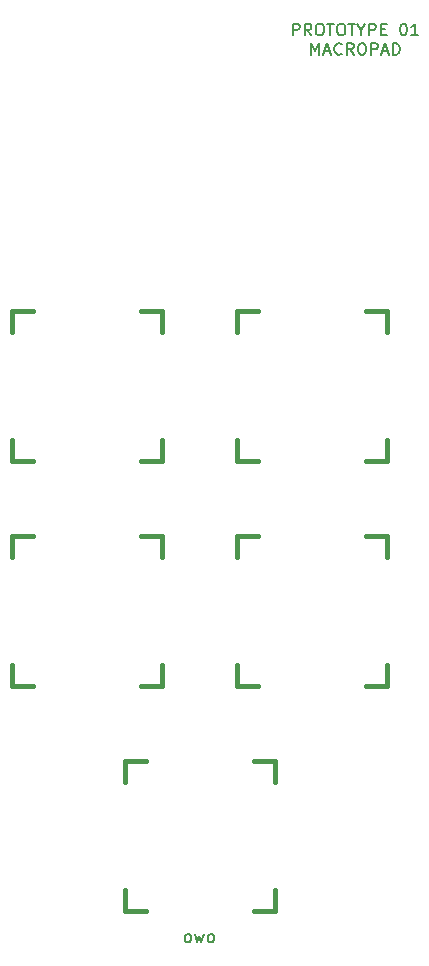
<source format=gto>
G04 #@! TF.GenerationSoftware,KiCad,Pcbnew,(5.1.6)-1*
G04 #@! TF.CreationDate,2020-06-17T17:46:59+02:00*
G04 #@! TF.ProjectId,Tutorial,5475746f-7269-4616-9c2e-6b696361645f,rev?*
G04 #@! TF.SameCoordinates,Original*
G04 #@! TF.FileFunction,Legend,Top*
G04 #@! TF.FilePolarity,Positive*
%FSLAX46Y46*%
G04 Gerber Fmt 4.6, Leading zero omitted, Abs format (unit mm)*
G04 Created by KiCad (PCBNEW (5.1.6)-1) date 2020-06-17 17:46:59*
%MOMM*%
%LPD*%
G01*
G04 APERTURE LIST*
%ADD10C,0.150000*%
%ADD11C,0.381000*%
%ADD12C,3.300000*%
%ADD13O,1.600000X4.100000*%
%ADD14C,1.700000*%
%ADD15R,1.700000X1.700000*%
G04 APERTURE END LIST*
D10*
X70326380Y-99512380D02*
X70231142Y-99464761D01*
X70183523Y-99417142D01*
X70135904Y-99321904D01*
X70135904Y-99036190D01*
X70183523Y-98940952D01*
X70231142Y-98893333D01*
X70326380Y-98845714D01*
X70469238Y-98845714D01*
X70564476Y-98893333D01*
X70612095Y-98940952D01*
X70659714Y-99036190D01*
X70659714Y-99321904D01*
X70612095Y-99417142D01*
X70564476Y-99464761D01*
X70469238Y-99512380D01*
X70326380Y-99512380D01*
X70993047Y-98845714D02*
X71183523Y-99512380D01*
X71374000Y-99036190D01*
X71564476Y-99512380D01*
X71754952Y-98845714D01*
X72278761Y-99512380D02*
X72183523Y-99464761D01*
X72135904Y-99417142D01*
X72088285Y-99321904D01*
X72088285Y-99036190D01*
X72135904Y-98940952D01*
X72183523Y-98893333D01*
X72278761Y-98845714D01*
X72421619Y-98845714D01*
X72516857Y-98893333D01*
X72564476Y-98940952D01*
X72612095Y-99036190D01*
X72612095Y-99321904D01*
X72564476Y-99417142D01*
X72516857Y-99464761D01*
X72421619Y-99512380D01*
X72278761Y-99512380D01*
X79296285Y-22741380D02*
X79296285Y-21741380D01*
X79677238Y-21741380D01*
X79772476Y-21789000D01*
X79820095Y-21836619D01*
X79867714Y-21931857D01*
X79867714Y-22074714D01*
X79820095Y-22169952D01*
X79772476Y-22217571D01*
X79677238Y-22265190D01*
X79296285Y-22265190D01*
X80867714Y-22741380D02*
X80534380Y-22265190D01*
X80296285Y-22741380D02*
X80296285Y-21741380D01*
X80677238Y-21741380D01*
X80772476Y-21789000D01*
X80820095Y-21836619D01*
X80867714Y-21931857D01*
X80867714Y-22074714D01*
X80820095Y-22169952D01*
X80772476Y-22217571D01*
X80677238Y-22265190D01*
X80296285Y-22265190D01*
X81486761Y-21741380D02*
X81677238Y-21741380D01*
X81772476Y-21789000D01*
X81867714Y-21884238D01*
X81915333Y-22074714D01*
X81915333Y-22408047D01*
X81867714Y-22598523D01*
X81772476Y-22693761D01*
X81677238Y-22741380D01*
X81486761Y-22741380D01*
X81391523Y-22693761D01*
X81296285Y-22598523D01*
X81248666Y-22408047D01*
X81248666Y-22074714D01*
X81296285Y-21884238D01*
X81391523Y-21789000D01*
X81486761Y-21741380D01*
X82201047Y-21741380D02*
X82772476Y-21741380D01*
X82486761Y-22741380D02*
X82486761Y-21741380D01*
X83296285Y-21741380D02*
X83486761Y-21741380D01*
X83582000Y-21789000D01*
X83677238Y-21884238D01*
X83724857Y-22074714D01*
X83724857Y-22408047D01*
X83677238Y-22598523D01*
X83582000Y-22693761D01*
X83486761Y-22741380D01*
X83296285Y-22741380D01*
X83201047Y-22693761D01*
X83105809Y-22598523D01*
X83058190Y-22408047D01*
X83058190Y-22074714D01*
X83105809Y-21884238D01*
X83201047Y-21789000D01*
X83296285Y-21741380D01*
X84010571Y-21741380D02*
X84582000Y-21741380D01*
X84296285Y-22741380D02*
X84296285Y-21741380D01*
X85105809Y-22265190D02*
X85105809Y-22741380D01*
X84772476Y-21741380D02*
X85105809Y-22265190D01*
X85439142Y-21741380D01*
X85772476Y-22741380D02*
X85772476Y-21741380D01*
X86153428Y-21741380D01*
X86248666Y-21789000D01*
X86296285Y-21836619D01*
X86343904Y-21931857D01*
X86343904Y-22074714D01*
X86296285Y-22169952D01*
X86248666Y-22217571D01*
X86153428Y-22265190D01*
X85772476Y-22265190D01*
X86772476Y-22217571D02*
X87105809Y-22217571D01*
X87248666Y-22741380D02*
X86772476Y-22741380D01*
X86772476Y-21741380D01*
X87248666Y-21741380D01*
X88629619Y-21741380D02*
X88724857Y-21741380D01*
X88820095Y-21789000D01*
X88867714Y-21836619D01*
X88915333Y-21931857D01*
X88962952Y-22122333D01*
X88962952Y-22360428D01*
X88915333Y-22550904D01*
X88867714Y-22646142D01*
X88820095Y-22693761D01*
X88724857Y-22741380D01*
X88629619Y-22741380D01*
X88534380Y-22693761D01*
X88486761Y-22646142D01*
X88439142Y-22550904D01*
X88391523Y-22360428D01*
X88391523Y-22122333D01*
X88439142Y-21931857D01*
X88486761Y-21836619D01*
X88534380Y-21789000D01*
X88629619Y-21741380D01*
X89915333Y-22741380D02*
X89343904Y-22741380D01*
X89629619Y-22741380D02*
X89629619Y-21741380D01*
X89534380Y-21884238D01*
X89439142Y-21979476D01*
X89343904Y-22027095D01*
X80867714Y-24391380D02*
X80867714Y-23391380D01*
X81201047Y-24105666D01*
X81534380Y-23391380D01*
X81534380Y-24391380D01*
X81962952Y-24105666D02*
X82439142Y-24105666D01*
X81867714Y-24391380D02*
X82201047Y-23391380D01*
X82534380Y-24391380D01*
X83439142Y-24296142D02*
X83391523Y-24343761D01*
X83248666Y-24391380D01*
X83153428Y-24391380D01*
X83010571Y-24343761D01*
X82915333Y-24248523D01*
X82867714Y-24153285D01*
X82820095Y-23962809D01*
X82820095Y-23819952D01*
X82867714Y-23629476D01*
X82915333Y-23534238D01*
X83010571Y-23439000D01*
X83153428Y-23391380D01*
X83248666Y-23391380D01*
X83391523Y-23439000D01*
X83439142Y-23486619D01*
X84439142Y-24391380D02*
X84105809Y-23915190D01*
X83867714Y-24391380D02*
X83867714Y-23391380D01*
X84248666Y-23391380D01*
X84343904Y-23439000D01*
X84391523Y-23486619D01*
X84439142Y-23581857D01*
X84439142Y-23724714D01*
X84391523Y-23819952D01*
X84343904Y-23867571D01*
X84248666Y-23915190D01*
X83867714Y-23915190D01*
X85058190Y-23391380D02*
X85248666Y-23391380D01*
X85343904Y-23439000D01*
X85439142Y-23534238D01*
X85486761Y-23724714D01*
X85486761Y-24058047D01*
X85439142Y-24248523D01*
X85343904Y-24343761D01*
X85248666Y-24391380D01*
X85058190Y-24391380D01*
X84962952Y-24343761D01*
X84867714Y-24248523D01*
X84820095Y-24058047D01*
X84820095Y-23724714D01*
X84867714Y-23534238D01*
X84962952Y-23439000D01*
X85058190Y-23391380D01*
X85915333Y-24391380D02*
X85915333Y-23391380D01*
X86296285Y-23391380D01*
X86391523Y-23439000D01*
X86439142Y-23486619D01*
X86486761Y-23581857D01*
X86486761Y-23724714D01*
X86439142Y-23819952D01*
X86391523Y-23867571D01*
X86296285Y-23915190D01*
X85915333Y-23915190D01*
X86867714Y-24105666D02*
X87343904Y-24105666D01*
X86772476Y-24391380D02*
X87105809Y-23391380D01*
X87439142Y-24391380D01*
X87772476Y-24391380D02*
X87772476Y-23391380D01*
X88010571Y-23391380D01*
X88153428Y-23439000D01*
X88248666Y-23534238D01*
X88296285Y-23629476D01*
X88343904Y-23819952D01*
X88343904Y-23962809D01*
X88296285Y-24153285D01*
X88248666Y-24248523D01*
X88153428Y-24343761D01*
X88010571Y-24391380D01*
X87772476Y-24391380D01*
D11*
G04 #@! TO.C,K5*
X65087500Y-84137500D02*
X66865500Y-84137500D01*
X76009500Y-84137500D02*
X77787500Y-84137500D01*
X77787500Y-84137500D02*
X77787500Y-85915500D01*
X77787500Y-95059500D02*
X77787500Y-96837500D01*
X77787500Y-96837500D02*
X76009500Y-96837500D01*
X66865500Y-96837500D02*
X65087500Y-96837500D01*
X65087500Y-96837500D02*
X65087500Y-95059500D01*
X65087500Y-85915500D02*
X65087500Y-84137500D01*
G04 #@! TO.C,K4*
X74612500Y-65087500D02*
X76390500Y-65087500D01*
X85534500Y-65087500D02*
X87312500Y-65087500D01*
X87312500Y-65087500D02*
X87312500Y-66865500D01*
X87312500Y-76009500D02*
X87312500Y-77787500D01*
X87312500Y-77787500D02*
X85534500Y-77787500D01*
X76390500Y-77787500D02*
X74612500Y-77787500D01*
X74612500Y-77787500D02*
X74612500Y-76009500D01*
X74612500Y-66865500D02*
X74612500Y-65087500D01*
G04 #@! TO.C,K3*
X55562500Y-65087500D02*
X57340500Y-65087500D01*
X66484500Y-65087500D02*
X68262500Y-65087500D01*
X68262500Y-65087500D02*
X68262500Y-66865500D01*
X68262500Y-76009500D02*
X68262500Y-77787500D01*
X68262500Y-77787500D02*
X66484500Y-77787500D01*
X57340500Y-77787500D02*
X55562500Y-77787500D01*
X55562500Y-77787500D02*
X55562500Y-76009500D01*
X55562500Y-66865500D02*
X55562500Y-65087500D01*
G04 #@! TO.C,K2*
X74612500Y-46101000D02*
X76390500Y-46101000D01*
X85534500Y-46101000D02*
X87312500Y-46101000D01*
X87312500Y-46101000D02*
X87312500Y-47879000D01*
X87312500Y-57023000D02*
X87312500Y-58801000D01*
X87312500Y-58801000D02*
X85534500Y-58801000D01*
X76390500Y-58801000D02*
X74612500Y-58801000D01*
X74612500Y-58801000D02*
X74612500Y-57023000D01*
X74612500Y-47879000D02*
X74612500Y-46101000D01*
G04 #@! TO.C,K1*
X55562500Y-46101000D02*
X57340500Y-46101000D01*
X66484500Y-46101000D02*
X68262500Y-46101000D01*
X68262500Y-46101000D02*
X68262500Y-47879000D01*
X68262500Y-57023000D02*
X68262500Y-58801000D01*
X68262500Y-58801000D02*
X66484500Y-58801000D01*
X57340500Y-58801000D02*
X55562500Y-58801000D01*
X55562500Y-58801000D02*
X55562500Y-57023000D01*
X55562500Y-47879000D02*
X55562500Y-46101000D01*
G04 #@! TD*
%LPC*%
D12*
G04 #@! TO.C,REF\u002A\u002A*
X50800000Y-33274000D03*
G04 #@! TD*
G04 #@! TO.C,REF\u002A\u002A*
X91948000Y-26162000D03*
G04 #@! TD*
G04 #@! TO.C,REF\u002A\u002A*
X91440000Y-94996000D03*
G04 #@! TD*
G04 #@! TO.C,REF\u002A\u002A*
X51308000Y-94488000D03*
G04 #@! TD*
G04 #@! TO.C,K5*
G36*
G01*
X72640786Y-85898409D02*
X72680234Y-85319752D01*
G75*
G02*
X74065644Y-84111182I1296990J-88420D01*
G01*
X74065644Y-84111182D01*
G75*
G02*
X75274214Y-85496592I-88420J-1296990D01*
G01*
X75234766Y-86075248D01*
G75*
G02*
X73849356Y-87283818I-1296990J88420D01*
G01*
X73849356Y-87283818D01*
G75*
G02*
X72640786Y-85898408I88420J1296990D01*
G01*
G37*
G36*
G01*
X66481629Y-87217826D02*
X67690553Y-85320196D01*
G75*
G02*
X69485451Y-84922276I1096409J-698489D01*
G01*
X69485451Y-84922276D01*
G75*
G02*
X69883371Y-86717174I-698489J-1096409D01*
G01*
X68674447Y-88614804D01*
G75*
G02*
X66879549Y-89012724I-1096409J698489D01*
G01*
X66879549Y-89012724D01*
G75*
G02*
X66481629Y-87217826I698489J1096409D01*
G01*
G37*
G04 #@! TD*
G04 #@! TO.C,K4*
G36*
G01*
X82165786Y-66848409D02*
X82205234Y-66269752D01*
G75*
G02*
X83590644Y-65061182I1296990J-88420D01*
G01*
X83590644Y-65061182D01*
G75*
G02*
X84799214Y-66446592I-88420J-1296990D01*
G01*
X84759766Y-67025248D01*
G75*
G02*
X83374356Y-68233818I-1296990J88420D01*
G01*
X83374356Y-68233818D01*
G75*
G02*
X82165786Y-66848408I88420J1296990D01*
G01*
G37*
G36*
G01*
X76006629Y-68167826D02*
X77215553Y-66270196D01*
G75*
G02*
X79010451Y-65872276I1096409J-698489D01*
G01*
X79010451Y-65872276D01*
G75*
G02*
X79408371Y-67667174I-698489J-1096409D01*
G01*
X78199447Y-69564804D01*
G75*
G02*
X76404549Y-69962724I-1096409J698489D01*
G01*
X76404549Y-69962724D01*
G75*
G02*
X76006629Y-68167826I698489J1096409D01*
G01*
G37*
G04 #@! TD*
G04 #@! TO.C,K3*
G36*
G01*
X63115786Y-66848409D02*
X63155234Y-66269752D01*
G75*
G02*
X64540644Y-65061182I1296990J-88420D01*
G01*
X64540644Y-65061182D01*
G75*
G02*
X65749214Y-66446592I-88420J-1296990D01*
G01*
X65709766Y-67025248D01*
G75*
G02*
X64324356Y-68233818I-1296990J88420D01*
G01*
X64324356Y-68233818D01*
G75*
G02*
X63115786Y-66848408I88420J1296990D01*
G01*
G37*
G36*
G01*
X56956629Y-68167826D02*
X58165553Y-66270196D01*
G75*
G02*
X59960451Y-65872276I1096409J-698489D01*
G01*
X59960451Y-65872276D01*
G75*
G02*
X60358371Y-67667174I-698489J-1096409D01*
G01*
X59149447Y-69564804D01*
G75*
G02*
X57354549Y-69962724I-1096409J698489D01*
G01*
X57354549Y-69962724D01*
G75*
G02*
X56956629Y-68167826I698489J1096409D01*
G01*
G37*
G04 #@! TD*
G04 #@! TO.C,K2*
G36*
G01*
X82165786Y-47861909D02*
X82205234Y-47283252D01*
G75*
G02*
X83590644Y-46074682I1296990J-88420D01*
G01*
X83590644Y-46074682D01*
G75*
G02*
X84799214Y-47460092I-88420J-1296990D01*
G01*
X84759766Y-48038748D01*
G75*
G02*
X83374356Y-49247318I-1296990J88420D01*
G01*
X83374356Y-49247318D01*
G75*
G02*
X82165786Y-47861908I88420J1296990D01*
G01*
G37*
G36*
G01*
X76006629Y-49181326D02*
X77215553Y-47283696D01*
G75*
G02*
X79010451Y-46885776I1096409J-698489D01*
G01*
X79010451Y-46885776D01*
G75*
G02*
X79408371Y-48680674I-698489J-1096409D01*
G01*
X78199447Y-50578304D01*
G75*
G02*
X76404549Y-50976224I-1096409J698489D01*
G01*
X76404549Y-50976224D01*
G75*
G02*
X76006629Y-49181326I698489J1096409D01*
G01*
G37*
G04 #@! TD*
G04 #@! TO.C,K1*
G36*
G01*
X63115786Y-47861909D02*
X63155234Y-47283252D01*
G75*
G02*
X64540644Y-46074682I1296990J-88420D01*
G01*
X64540644Y-46074682D01*
G75*
G02*
X65749214Y-47460092I-88420J-1296990D01*
G01*
X65709766Y-48038748D01*
G75*
G02*
X64324356Y-49247318I-1296990J88420D01*
G01*
X64324356Y-49247318D01*
G75*
G02*
X63115786Y-47861908I88420J1296990D01*
G01*
G37*
G36*
G01*
X56956629Y-49181326D02*
X58165553Y-47283696D01*
G75*
G02*
X59960451Y-46885776I1096409J-698489D01*
G01*
X59960451Y-46885776D01*
G75*
G02*
X60358371Y-48680674I-698489J-1096409D01*
G01*
X59149447Y-50578304D01*
G75*
G02*
X57354549Y-50976224I-1096409J698489D01*
G01*
X57354549Y-50976224D01*
G75*
G02*
X56956629Y-49181326I698489J1096409D01*
G01*
G37*
G04 #@! TD*
D13*
G04 #@! TO.C,J1*
X62159000Y-23381000D03*
X54859000Y-23381000D03*
G04 #@! TD*
D14*
G04 #@! TO.C,D5*
X75337500Y-95250000D03*
D15*
X67537500Y-95250000D03*
G04 #@! TD*
D14*
G04 #@! TO.C,D4*
X84862500Y-76200000D03*
D15*
X77062500Y-76200000D03*
G04 #@! TD*
D14*
G04 #@! TO.C,D3*
X65812500Y-76200000D03*
D15*
X58012500Y-76200000D03*
G04 #@! TD*
D14*
G04 #@! TO.C,D2*
X84862500Y-57150000D03*
D15*
X77062500Y-57150000D03*
G04 #@! TD*
D14*
G04 #@! TO.C,D1*
X65812500Y-57150000D03*
D15*
X58012500Y-57150000D03*
G04 #@! TD*
M02*

</source>
